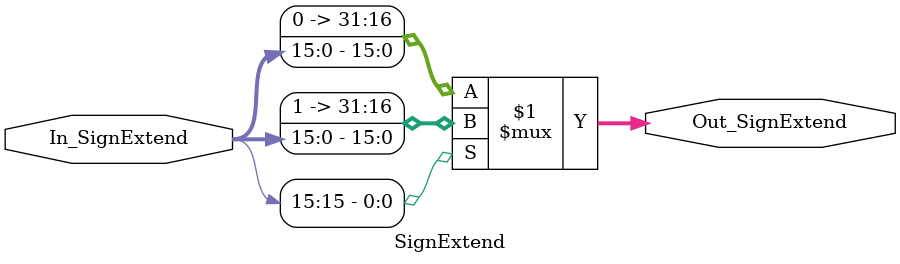
<source format=v>
module SignExtend(Out_SignExtend, In_SignExtend);
	input [15:0] In_SignExtend;
	output [31:0] Out_SignExtend;
	
	assign Out_SignExtend = In_SignExtend[15] ? {16'b11111111111111111, In_SignExtend}: {16'b00000000000000000, In_SignExtend};
	
endmodule

</source>
